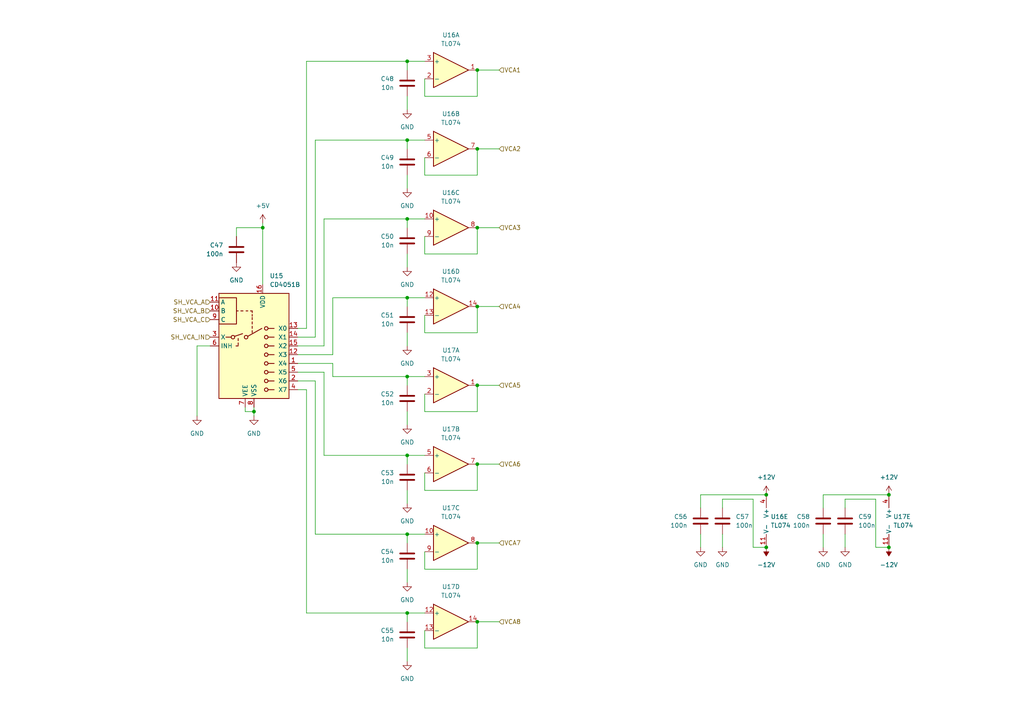
<source format=kicad_sch>
(kicad_sch (version 20230121) (generator eeschema)
  (paper "A4")
  (title_block (title "Polykit-X8 Mainboard") (date "2024-01-14") (rev "v0.0.2") (company "Jan Knipper") (comment 1 "github.com/polykit"))
  (lib_symbols
    (symbol "Amplifier_Operational:TL074" (pin_names (offset 0.127))
      (property "Reference" "U" (at 0 5.08 0))
      (property "Value" "TL074" (at 0 -5.08 0))
      (symbol "TL074_1_1"
        (polyline (pts (xy -5.08 5.08) (xy 5.08 0) (xy -5.08 -5.08) (xy -5.08 5.08)) (stroke (width 0.254)) (fill (type background)))
        (pin output line (at 7.62 0 180) (length 2.54) (name "~") (number "1"))
        (pin input line (at -7.62 -2.54 0) (length 2.54) (name "-") (number "2"))
        (pin input line (at -7.62 2.54 0) (length 2.54) (name "+") (number "3"))
      )
      (symbol "TL074_2_1"
        (polyline (pts (xy -5.08 5.08) (xy 5.08 0) (xy -5.08 -5.08) (xy -5.08 5.08)) (stroke (width 0.254)) (fill (type background)))
        (pin input line (at -7.62 2.54 0) (length 2.54) (name "+") (number "5"))
        (pin input line (at -7.62 -2.54 0) (length 2.54) (name "-") (number "6"))
        (pin output line (at 7.62 0 180) (length 2.54) (name "~") (number "7"))
      )
      (symbol "TL074_3_1"
        (polyline (pts (xy -5.08 5.08) (xy 5.08 0) (xy -5.08 -5.08) (xy -5.08 5.08)) (stroke (width 0.254)) (fill (type background)))
        (pin input line (at -7.62 2.54 0) (length 2.54) (name "+") (number "10"))
        (pin output line (at 7.62 0 180) (length 2.54) (name "~") (number "8"))
        (pin input line (at -7.62 -2.54 0) (length 2.54) (name "-") (number "9"))
      )
      (symbol "TL074_4_1"
        (polyline (pts (xy -5.08 5.08) (xy 5.08 0) (xy -5.08 -5.08) (xy -5.08 5.08)) (stroke (width 0.254)) (fill (type background)))
        (pin input line (at -7.62 2.54 0) (length 2.54) (name "+") (number "12"))
        (pin input line (at -7.62 -2.54 0) (length 2.54) (name "-") (number "13"))
        (pin output line (at 7.62 0 180) (length 2.54) (name "~") (number "14"))
      )
      (symbol "TL074_5_1"
        (pin power_in line (at -2.54 -7.62 90) (length 3.81) (name "V-") (number "11"))
        (pin power_in line (at -2.54 7.62 270) (length 3.81) (name "V+") (number "4"))
      )
    )
    (symbol "Analog_Switch:CD4051B"
      (property "Reference" "U" (at -10.16 16.51 0))
      (property "Value" "CD4051B" (at 3.81 16.51 0))
      (symbol "CD4051B_0_1"
        (rectangle (start -10.16 6.35) (end -5.08 13.97) (stroke (width 0.254)))
        (rectangle (start -10.16 15.24) (end 10.16 -15.24) (stroke (width 0.254)) (fill (type background)))
        (circle (center -6.096 2.54) (radius 0.508) (stroke (width 0.254)))
        (circle (center -2.286 2.54) (radius 0.508) (stroke (width 0.254)))
        (polyline (pts (xy -8.128 2.54) (xy -6.604 2.54)) (stroke (width 0.254)))
        (polyline (pts (xy -5.588 2.794) (xy -3.302 3.556)) (stroke (width 0.254)))
        (polyline (pts (xy -4.572 0) (xy -5.207 0)) (stroke (width 0.254)))
        (polyline (pts (xy -4.572 0.254) (xy -4.572 0.889)) (stroke (width 0.254)))
        (polyline (pts (xy -4.572 1.524) (xy -4.572 2.159)) (stroke (width 0.254)))
        (polyline (pts (xy -4.572 10.16) (xy -5.08 10.16)) (stroke (width 0.254)))
        (polyline (pts (xy -3.81 10.16) (xy -3.175 10.16)) (stroke (width 0.254)))
        (polyline (pts (xy -1.778 2.794) (xy 2.286 5.08)) (stroke (width 0.254)))
        (polyline (pts (xy -1.778 10.16) (xy -2.286 10.16)) (stroke (width 0.254)))
        (polyline (pts (xy -0.508 3.81) (xy -0.508 4.445)) (stroke (width 0.254)))
        (polyline (pts (xy -0.508 5.08) (xy -0.508 5.715)) (stroke (width 0.254)))
        (polyline (pts (xy -0.508 6.35) (xy -0.508 6.985)) (stroke (width 0.254)))
        (polyline (pts (xy -0.508 7.62) (xy -0.508 8.255)) (stroke (width 0.254)))
        (polyline (pts (xy -0.508 8.636) (xy -0.508 9.144)) (stroke (width 0.254)))
        (polyline (pts (xy -0.508 9.652) (xy -0.508 10.16)) (stroke (width 0.254)))
        (polyline (pts (xy -0.508 10.16) (xy -1.016 10.16)) (stroke (width 0.254)))
        (polyline (pts (xy 4.064 -12.7) (xy 5.842 -12.7)) (stroke (width 0.254)))
        (polyline (pts (xy 4.064 -10.16) (xy 5.842 -10.16)) (stroke (width 0.254)))
        (polyline (pts (xy 4.064 -7.62) (xy 5.842 -7.62)) (stroke (width 0.254)))
        (polyline (pts (xy 4.064 -5.08) (xy 5.842 -5.08)) (stroke (width 0.254)))
        (polyline (pts (xy 4.064 -2.54) (xy 5.842 -2.54)) (stroke (width 0.254)))
        (polyline (pts (xy 4.064 0) (xy 5.842 0)) (stroke (width 0.254)))
        (polyline (pts (xy 4.064 2.54) (xy 5.842 2.54)) (stroke (width 0.254)))
        (polyline (pts (xy 4.064 5.08) (xy 5.842 5.08)) (stroke (width 0.254)))
        (circle (center 3.556 -12.7) (radius 0.508) (stroke (width 0.254)))
        (circle (center 3.556 -10.16) (radius 0.508) (stroke (width 0.254)))
        (circle (center 3.556 -7.62) (radius 0.508) (stroke (width 0.254)))
        (circle (center 3.556 -5.08) (radius 0.508) (stroke (width 0.254)))
        (circle (center 3.556 -2.54) (radius 0.508) (stroke (width 0.254)))
        (circle (center 3.556 0) (radius 0.508) (stroke (width 0.254)))
        (circle (center 3.556 2.54) (radius 0.508) (stroke (width 0.254)))
        (circle (center 3.556 5.08) (radius 0.508) (stroke (width 0.254)))
      )
      (symbol "CD4051B_1_1"
        (pin bidirectional line (at 12.7 -5.08 180) (length 2.54) (name "X4") (number "1"))
        (pin input line (at -12.7 10.16 0) (length 2.54) (name "B") (number "10"))
        (pin input line (at -12.7 12.7 0) (length 2.54) (name "A") (number "11"))
        (pin bidirectional line (at 12.7 -2.54 180) (length 2.54) (name "X3") (number "12"))
        (pin bidirectional line (at 12.7 5.08 180) (length 2.54) (name "X0") (number "13"))
        (pin bidirectional line (at 12.7 2.54 180) (length 2.54) (name "X1") (number "14"))
        (pin bidirectional line (at 12.7 0 180) (length 2.54) (name "X2") (number "15"))
        (pin power_in line (at 2.54 17.78 270) (length 2.54) (name "VDD") (number "16"))
        (pin bidirectional line (at 12.7 -10.16 180) (length 2.54) (name "X6") (number "2"))
        (pin bidirectional line (at -12.7 2.54 0) (length 2.54) (name "X") (number "3"))
        (pin bidirectional line (at 12.7 -12.7 180) (length 2.54) (name "X7") (number "4"))
        (pin bidirectional line (at 12.7 -7.62 180) (length 2.54) (name "X5") (number "5"))
        (pin input line (at -12.7 0 0) (length 2.54) (name "INH") (number "6"))
        (pin power_in line (at -2.54 -17.78 90) (length 2.54) (name "VEE") (number "7"))
        (pin power_in line (at 0 -17.78 90) (length 2.54) (name "VSS") (number "8"))
        (pin input line (at -12.7 7.62 0) (length 2.54) (name "C") (number "9"))
      )
    )
    (symbol "Device:C" (pin_numbers hide) (pin_names (offset 0.254))
      (property "Reference" "C" (at 0.635 2.54 0))
      (property "Value" "C" (at 0.635 -2.54 0))
      (symbol "C_0_1"
        (polyline (pts (xy -2.032 -0.762) (xy 2.032 -0.762)) (stroke (width 0.508)))
        (polyline (pts (xy -2.032 0.762) (xy 2.032 0.762)) (stroke (width 0.508)))
      )
      (symbol "C_1_1"
        (pin passive line (at 0 3.81 270) (length 2.794) (name "~") (number "1"))
        (pin passive line (at 0 -3.81 90) (length 2.794) (name "~") (number "2"))
      )
    )
    (symbol "power:+12V" (power) (pin_names (offset 0))
      (property "Value" "+12V" (at 0 3.556 0))
      (symbol "+12V_0_1"
        (polyline (pts (xy -0.762 1.27) (xy 0 2.54)))
        (polyline (pts (xy 0 0) (xy 0 2.54)))
        (polyline (pts (xy 0 2.54) (xy 0.762 1.27)))
      )
      (symbol "+12V_1_1"
        (pin power_in line (at 0 0 90) (length 0) hide (name "+12V") (number "1"))
      )
    )
    (symbol "power:+5V" (power) (pin_names (offset 0))
      (property "Value" "+5V" (at 0 3.556 0))
      (symbol "+5V_0_1"
        (polyline (pts (xy -0.762 1.27) (xy 0 2.54)))
        (polyline (pts (xy 0 0) (xy 0 2.54)))
        (polyline (pts (xy 0 2.54) (xy 0.762 1.27)))
      )
      (symbol "+5V_1_1"
        (pin power_in line (at 0 0 90) (length 0) hide (name "+5V") (number "1"))
      )
    )
    (symbol "power:-12V" (power) (pin_names (offset 0))
      (property "Value" "-12V" (at 0 3.81 0))
      (symbol "-12V_0_0"
        (pin power_in line (at 0 0 90) (length 0) hide (name "-12V") (number "1"))
      )
      (symbol "-12V_0_1"
        (polyline (pts (xy 0 0) (xy 0 1.27) (xy 0.762 1.27) (xy 0 2.54) (xy -0.762 1.27) (xy 0 1.27)) (fill (type outline)))
      )
    )
    (symbol "power:GND" (power) (pin_names (offset 0))
      (property "Value" "GND" (at 0 -3.81 0))
      (symbol "GND_0_1"
        (polyline (pts (xy 0 0) (xy 0 -1.27) (xy 1.27 -1.27) (xy 0 -2.54) (xy -1.27 -1.27) (xy 0 -1.27)))
      )
      (symbol "GND_1_1"
        (pin power_in line (at 0 0 270) (length 0) hide (name "GND") (number "1"))
      )
    )
  )
  (junction (at 138.43 134.62))
  (junction (at 138.43 88.9))
  (junction (at 138.43 180.34))
  (junction (at 118.11 63.5))
  (junction (at 138.43 111.76))
  (junction (at 118.11 132.08))
  (junction (at 138.43 43.18))
  (junction (at 73.66 119.38))
  (junction (at 138.43 66.04))
  (junction (at 138.43 20.32))
  (junction (at 222.25 143.51))
  (junction (at 118.11 177.8))
  (junction (at 118.11 17.78))
  (junction (at 118.11 154.94))
  (junction (at 118.11 40.64))
  (junction (at 76.2 66.04))
  (junction (at 118.11 86.36))
  (junction (at 257.81 143.51))
  (junction (at 138.43 157.48))
  (junction (at 257.81 158.75))
  (junction (at 222.25 158.75))
  (junction (at 118.11 109.22))
  (wire (pts (xy 209.55 144.78) (xy 218.44 144.78)))
  (wire (pts (xy 68.58 66.04) (xy 68.58 68.58)))
  (wire (pts (xy 118.11 73.66) (xy 118.11 77.47)))
  (wire (pts (xy 86.36 100.33) (xy 93.98 100.33)))
  (wire (pts (xy 71.12 118.11) (xy 71.12 119.38)))
  (wire (pts (xy 91.44 40.64) (xy 118.11 40.64)))
  (wire (pts (xy 123.19 142.24) (xy 138.43 142.24)))
  (wire (pts (xy 91.44 97.79) (xy 91.44 40.64)))
  (wire (pts (xy 118.11 177.8) (xy 118.11 180.34)))
  (wire (pts (xy 73.66 120.65) (xy 73.66 119.38)))
  (wire (pts (xy 76.2 66.04) (xy 68.58 66.04)))
  (wire (pts (xy 76.2 64.77) (xy 76.2 66.04)))
  (wire (pts (xy 138.43 88.9) (xy 144.78 88.9)))
  (wire (pts (xy 245.11 144.78) (xy 254 144.78)))
  (wire (pts (xy 71.12 119.38) (xy 73.66 119.38)))
  (wire (pts (xy 138.43 119.38) (xy 138.43 111.76)))
  (wire (pts (xy 238.76 154.94) (xy 238.76 158.75)))
  (wire (pts (xy 209.55 154.94) (xy 209.55 158.75)))
  (wire (pts (xy 86.36 105.41) (xy 96.52 105.41)))
  (wire (pts (xy 118.11 165.1) (xy 118.11 168.91)))
  (wire (pts (xy 123.19 17.78) (xy 118.11 17.78)))
  (wire (pts (xy 123.19 63.5) (xy 118.11 63.5)))
  (wire (pts (xy 138.43 50.8) (xy 138.43 43.18)))
  (wire (pts (xy 123.19 154.94) (xy 118.11 154.94)))
  (wire (pts (xy 88.9 95.25) (xy 86.36 95.25)))
  (wire (pts (xy 96.52 86.36) (xy 118.11 86.36)))
  (wire (pts (xy 257.81 143.51) (xy 238.76 143.51)))
  (wire (pts (xy 118.11 119.38) (xy 118.11 123.19)))
  (wire (pts (xy 93.98 63.5) (xy 118.11 63.5)))
  (wire (pts (xy 254 158.75) (xy 254 144.78)))
  (wire (pts (xy 123.19 73.66) (xy 138.43 73.66)))
  (wire (pts (xy 118.11 50.8) (xy 118.11 54.61)))
  (wire (pts (xy 218.44 158.75) (xy 222.25 158.75)))
  (wire (pts (xy 86.36 113.03) (xy 88.9 113.03)))
  (wire (pts (xy 203.2 143.51) (xy 203.2 147.32)))
  (wire (pts (xy 60.96 100.33) (xy 57.15 100.33)))
  (wire (pts (xy 123.19 86.36) (xy 118.11 86.36)))
  (wire (pts (xy 118.11 27.94) (xy 118.11 31.75)))
  (wire (pts (xy 123.19 45.72) (xy 123.19 50.8)))
  (wire (pts (xy 123.19 114.3) (xy 123.19 119.38)))
  (wire (pts (xy 57.15 100.33) (xy 57.15 120.65)))
  (wire (pts (xy 138.43 157.48) (xy 144.78 157.48)))
  (wire (pts (xy 138.43 187.96) (xy 138.43 180.34)))
  (wire (pts (xy 86.36 107.95) (xy 93.98 107.95)))
  (wire (pts (xy 118.11 86.36) (xy 118.11 88.9)))
  (wire (pts (xy 138.43 180.34) (xy 144.78 180.34)))
  (wire (pts (xy 245.11 144.78) (xy 245.11 147.32)))
  (wire (pts (xy 123.19 96.52) (xy 138.43 96.52)))
  (wire (pts (xy 203.2 154.94) (xy 203.2 158.75)))
  (wire (pts (xy 96.52 109.22) (xy 118.11 109.22)))
  (wire (pts (xy 254 158.75) (xy 257.81 158.75)))
  (wire (pts (xy 123.19 165.1) (xy 138.43 165.1)))
  (wire (pts (xy 123.19 119.38) (xy 138.43 119.38)))
  (wire (pts (xy 123.19 109.22) (xy 118.11 109.22)))
  (wire (pts (xy 123.19 160.02) (xy 123.19 165.1)))
  (wire (pts (xy 93.98 100.33) (xy 93.98 63.5)))
  (wire (pts (xy 88.9 17.78) (xy 88.9 95.25)))
  (wire (pts (xy 76.2 66.04) (xy 76.2 82.55)))
  (wire (pts (xy 138.43 20.32) (xy 144.78 20.32)))
  (wire (pts (xy 238.76 143.51) (xy 238.76 147.32)))
  (wire (pts (xy 123.19 91.44) (xy 123.19 96.52)))
  (wire (pts (xy 118.11 17.78) (xy 88.9 17.78)))
  (wire (pts (xy 123.19 68.58) (xy 123.19 73.66)))
  (wire (pts (xy 123.19 182.88) (xy 123.19 187.96)))
  (wire (pts (xy 123.19 40.64) (xy 118.11 40.64)))
  (wire (pts (xy 91.44 154.94) (xy 118.11 154.94)))
  (wire (pts (xy 118.11 17.78) (xy 118.11 20.32)))
  (wire (pts (xy 138.43 43.18) (xy 144.78 43.18)))
  (wire (pts (xy 93.98 132.08) (xy 118.11 132.08)))
  (wire (pts (xy 138.43 96.52) (xy 138.43 88.9)))
  (wire (pts (xy 222.25 143.51) (xy 203.2 143.51)))
  (wire (pts (xy 138.43 134.62) (xy 144.78 134.62)))
  (wire (pts (xy 86.36 102.87) (xy 96.52 102.87)))
  (wire (pts (xy 123.19 27.94) (xy 138.43 27.94)))
  (wire (pts (xy 118.11 132.08) (xy 118.11 134.62)))
  (wire (pts (xy 123.19 50.8) (xy 138.43 50.8)))
  (wire (pts (xy 88.9 177.8) (xy 118.11 177.8)))
  (wire (pts (xy 118.11 187.96) (xy 118.11 191.77)))
  (wire (pts (xy 96.52 105.41) (xy 96.52 109.22)))
  (wire (pts (xy 96.52 102.87) (xy 96.52 86.36)))
  (wire (pts (xy 138.43 73.66) (xy 138.43 66.04)))
  (wire (pts (xy 118.11 109.22) (xy 118.11 111.76)))
  (wire (pts (xy 91.44 110.49) (xy 91.44 154.94)))
  (wire (pts (xy 123.19 132.08) (xy 118.11 132.08)))
  (wire (pts (xy 138.43 142.24) (xy 138.43 134.62)))
  (wire (pts (xy 123.19 137.16) (xy 123.19 142.24)))
  (wire (pts (xy 118.11 96.52) (xy 118.11 100.33)))
  (wire (pts (xy 93.98 107.95) (xy 93.98 132.08)))
  (wire (pts (xy 245.11 154.94) (xy 245.11 158.75)))
  (wire (pts (xy 218.44 158.75) (xy 218.44 144.78)))
  (wire (pts (xy 123.19 187.96) (xy 138.43 187.96)))
  (wire (pts (xy 86.36 110.49) (xy 91.44 110.49)))
  (wire (pts (xy 138.43 27.94) (xy 138.43 20.32)))
  (wire (pts (xy 88.9 113.03) (xy 88.9 177.8)))
  (wire (pts (xy 86.36 97.79) (xy 91.44 97.79)))
  (wire (pts (xy 138.43 165.1) (xy 138.43 157.48)))
  (wire (pts (xy 118.11 40.64) (xy 118.11 43.18)))
  (wire (pts (xy 123.19 22.86) (xy 123.19 27.94)))
  (wire (pts (xy 123.19 177.8) (xy 118.11 177.8)))
  (wire (pts (xy 118.11 154.94) (xy 118.11 157.48)))
  (wire (pts (xy 73.66 119.38) (xy 73.66 118.11)))
  (wire (pts (xy 118.11 63.5) (xy 118.11 66.04)))
  (wire (pts (xy 138.43 111.76) (xy 144.78 111.76)))
  (wire (pts (xy 138.43 66.04) (xy 144.78 66.04)))
  (wire (pts (xy 209.55 144.78) (xy 209.55 147.32)))
  (wire (pts (xy 118.11 142.24) (xy 118.11 146.05)))
  (hierarchical_label "VCA4" (shape input) (at 144.78 88.9 0))
  (hierarchical_label "VCA5" (shape input) (at 144.78 111.76 0))
  (hierarchical_label "VCA7" (shape input) (at 144.78 157.48 0))
  (hierarchical_label "SH_VCA_A" (shape input) (at 60.96 87.63 180))
  (hierarchical_label "SH_VCA_C" (shape input) (at 60.96 92.71 180))
  (hierarchical_label "VCA1" (shape input) (at 144.78 20.32 0))
  (hierarchical_label "VCA8" (shape input) (at 144.78 180.34 0))
  (hierarchical_label "SH_VCA_IN" (shape input) (at 60.96 97.79 180))
  (hierarchical_label "VCA2" (shape input) (at 144.78 43.18 0))
  (hierarchical_label "SH_VCA_B" (shape input) (at 60.96 90.17 180))
  (hierarchical_label "VCA6" (shape input) (at 144.78 134.62 0))
  (hierarchical_label "VCA3" (shape input) (at 144.78 66.04 0))
  (symbol (lib_id "Device:C") (at 118.11 24.13 0) (unit 1)
    (property "Reference" "C48" (at 114.3 22.8599 0) (effects (justify right)))
    (property "Value" "10n" (at 114.3 25.3999 0) (effects (justify right)))
    (property "Footprint" "Capacitor_SMD:C_1206_3216Metric_Pad1.33x1.80mm_HandSolder" (effects hide))
  )
  (symbol (lib_id "Device:C") (at 209.55 151.13 0) (unit 1)
    (property "Reference" "C57" (at 213.36 149.8599 0) (effects (justify left)))
    (property "Value" "100n" (at 213.36 152.3999 0) (effects (justify left)))
    (property "Footprint" "Capacitor_SMD:C_1206_3216Metric_Pad1.33x1.80mm_HandSolder" (effects hide))
  )
  (symbol (lib_id "Amplifier_Operational:TL074") (at 130.81 111.76 0) (unit 1)
    (property "Reference" "U17" (at 130.81 101.6 0))
    (property "Value" "TL074" (at 130.81 104.14 0))
    (property "Footprint" "Package_SO:SO-14_3.9x8.65mm_P1.27mm" (effects hide))
    (property "Datasheet" "http://www.ti.com/lit/ds/symlink/tl071.pdf" (effects hide))
  )
  (symbol (lib_id "Device:C") (at 118.11 69.85 0) (unit 1)
    (property "Reference" "C50" (at 114.3 68.5799 0) (effects (justify right)))
    (property "Value" "10n" (at 114.3 71.1199 0) (effects (justify right)))
    (property "Footprint" "Capacitor_SMD:C_1206_3216Metric_Pad1.33x1.80mm_HandSolder" (effects hide))
  )
  (symbol (lib_id "power:+5V") (at 76.2 64.77 0) (unit 1)
    (property "Reference" "#PWR0198" (effects hide))
    (property "Value" "+5V" (at 76.2 59.69 0))
  )
  (symbol (lib_id "power:GND") (at 57.15 120.65 0) (unit 1)
    (property "Reference" "#PWR0219" (effects hide))
    (property "Value" "GND" (at 57.15 125.73 0))
  )
  (symbol (lib_id "Amplifier_Operational:TL074") (at 130.81 180.34 0) (unit 4)
    (property "Reference" "U17" (at 130.81 170.18 0))
    (property "Value" "TL074" (at 130.81 172.72 0))
    (property "Footprint" "Package_SO:SO-14_3.9x8.65mm_P1.27mm" (effects hide))
    (property "Datasheet" "http://www.ti.com/lit/ds/symlink/tl071.pdf" (effects hide))
  )
  (symbol (lib_id "power:GND") (at 118.11 191.77 0) (unit 1)
    (property "Reference" "#PWR0215" (effects hide))
    (property "Value" "GND" (at 118.11 196.85 0))
  )
  (symbol (lib_id "power:GND") (at 118.11 100.33 0) (unit 1)
    (property "Reference" "#PWR0212" (effects hide))
    (property "Value" "GND" (at 118.11 105.41 0))
  )
  (symbol (lib_id "Amplifier_Operational:TL074") (at 130.81 157.48 0) (unit 3)
    (property "Reference" "U17" (at 130.81 147.32 0))
    (property "Value" "TL074" (at 130.81 149.86 0))
    (property "Footprint" "Package_SO:SO-14_3.9x8.65mm_P1.27mm" (effects hide))
    (property "Datasheet" "http://www.ti.com/lit/ds/symlink/tl071.pdf" (effects hide))
  )
  (symbol (lib_id "Device:C") (at 203.2 151.13 0) (unit 1)
    (property "Reference" "C56" (at 199.39 149.8599 0) (effects (justify right)))
    (property "Value" "100n" (at 199.39 152.3999 0) (effects (justify right)))
    (property "Footprint" "Capacitor_SMD:C_1206_3216Metric_Pad1.33x1.80mm_HandSolder" (effects hide))
  )
  (symbol (lib_id "power:GND") (at 209.55 158.75 0) (unit 1)
    (property "Reference" "#PWR0207" (effects hide))
    (property "Value" "GND" (at 209.55 163.83 0))
  )
  (symbol (lib_id "Device:C") (at 118.11 138.43 0) (unit 1)
    (property "Reference" "C53" (at 114.3 137.1599 0) (effects (justify right)))
    (property "Value" "10n" (at 114.3 139.6999 0) (effects (justify right)))
    (property "Footprint" "Capacitor_SMD:C_1206_3216Metric_Pad1.33x1.80mm_HandSolder" (effects hide))
  )
  (symbol (lib_id "power:-12V") (at 222.25 158.75 180) (unit 1)
    (property "Reference" "#PWR0203" (effects hide))
    (property "Value" "-12V" (at 222.25 163.83 0))
  )
  (symbol (lib_id "Device:C") (at 118.11 161.29 0) (unit 1)
    (property "Reference" "C54" (at 114.3 160.0199 0) (effects (justify right)))
    (property "Value" "10n" (at 114.3 162.5599 0) (effects (justify right)))
    (property "Footprint" "Capacitor_SMD:C_1206_3216Metric_Pad1.33x1.80mm_HandSolder" (effects hide))
  )
  (symbol (lib_id "Device:C") (at 118.11 46.99 0) (unit 1)
    (property "Reference" "C49" (at 114.3 45.7199 0) (effects (justify right)))
    (property "Value" "10n" (at 114.3 48.2599 0) (effects (justify right)))
    (property "Footprint" "Capacitor_SMD:C_1206_3216Metric_Pad1.33x1.80mm_HandSolder" (effects hide))
  )
  (symbol (lib_id "Device:C") (at 118.11 184.15 0) (unit 1)
    (property "Reference" "C55" (at 114.3 182.8799 0) (effects (justify right)))
    (property "Value" "10n" (at 114.3 185.4199 0) (effects (justify right)))
    (property "Footprint" "Capacitor_SMD:C_1206_3216Metric_Pad1.33x1.80mm_HandSolder" (effects hide))
  )
  (symbol (lib_id "Device:C") (at 238.76 151.13 0) (unit 1)
    (property "Reference" "C58" (at 234.95 149.8599 0) (effects (justify right)))
    (property "Value" "100n" (at 234.95 152.3999 0) (effects (justify right)))
    (property "Footprint" "Capacitor_SMD:C_1206_3216Metric_Pad1.33x1.80mm_HandSolder" (effects hide))
  )
  (symbol (lib_id "Device:C") (at 68.58 72.39 0) (unit 1)
    (property "Reference" "C47" (at 64.77 71.1199 0) (effects (justify right)))
    (property "Value" "100n" (at 64.77 73.6599 0) (effects (justify right)))
    (property "Footprint" "Capacitor_SMD:C_1206_3216Metric_Pad1.33x1.80mm_HandSolder" (effects hide))
  )
  (symbol (lib_id "power:GND") (at 118.11 54.61 0) (unit 1)
    (property "Reference" "#PWR0199" (effects hide))
    (property "Value" "GND" (at 118.11 59.69 0))
  )
  (symbol (lib_id "Device:C") (at 118.11 115.57 0) (unit 1)
    (property "Reference" "C52" (at 114.3 114.2999 0) (effects (justify right)))
    (property "Value" "10n" (at 114.3 116.8399 0) (effects (justify right)))
    (property "Footprint" "Capacitor_SMD:C_1206_3216Metric_Pad1.33x1.80mm_HandSolder" (effects hide))
  )
  (symbol (lib_id "Amplifier_Operational:TL074") (at 130.81 66.04 0) (unit 3)
    (property "Reference" "U16" (at 130.81 55.88 0))
    (property "Value" "TL074" (at 130.81 58.42 0))
    (property "Footprint" "Package_SO:SO-14_3.9x8.65mm_P1.27mm" (effects hide))
    (property "Datasheet" "http://www.ti.com/lit/ds/symlink/tl071.pdf" (effects hide))
  )
  (symbol (lib_id "Device:C") (at 245.11 151.13 0) (unit 1)
    (property "Reference" "C59" (at 248.92 149.8599 0) (effects (justify left)))
    (property "Value" "100n" (at 248.92 152.3999 0) (effects (justify left)))
    (property "Footprint" "Capacitor_SMD:C_1206_3216Metric_Pad1.33x1.80mm_HandSolder" (effects hide))
  )
  (symbol (lib_id "power:GND") (at 118.11 123.19 0) (unit 1)
    (property "Reference" "#PWR0213" (effects hide))
    (property "Value" "GND" (at 118.11 128.27 0))
  )
  (symbol (lib_id "power:GND") (at 118.11 146.05 0) (unit 1)
    (property "Reference" "#PWR0211" (effects hide))
    (property "Value" "GND" (at 118.11 151.13 0))
  )
  (symbol (lib_id "Amplifier_Operational:TL074") (at 130.81 20.32 0) (unit 1)
    (property "Reference" "U16" (at 130.81 10.16 0))
    (property "Value" "TL074" (at 130.81 12.7 0))
    (property "Footprint" "Package_SO:SO-14_3.9x8.65mm_P1.27mm" (effects hide))
    (property "Datasheet" "http://www.ti.com/lit/ds/symlink/tl071.pdf" (effects hide))
  )
  (symbol (lib_id "power:-12V") (at 257.81 158.75 180) (unit 1)
    (property "Reference" "#PWR0201" (effects hide))
    (property "Value" "-12V" (at 257.81 163.83 0))
  )
  (symbol (lib_id "power:+12V") (at 257.81 143.51 0) (unit 1)
    (property "Reference" "#PWR0204" (effects hide))
    (property "Value" "+12V" (at 257.81 138.43 0))
  )
  (symbol (lib_id "power:GND") (at 68.58 76.2 0) (unit 1)
    (property "Reference" "#PWR0209" (effects hide))
    (property "Value" "GND" (at 68.58 81.28 0))
  )
  (symbol (lib_id "Amplifier_Operational:TL074") (at 130.81 88.9 0) (unit 4)
    (property "Reference" "U16" (at 130.81 78.74 0))
    (property "Value" "TL074" (at 130.81 81.28 0))
    (property "Footprint" "Package_SO:SO-14_3.9x8.65mm_P1.27mm" (effects hide))
    (property "Datasheet" "http://www.ti.com/lit/ds/symlink/tl071.pdf" (effects hide))
  )
  (symbol (lib_id "Amplifier_Operational:TL074") (at 260.35 151.13 0) (unit 5)
    (property "Reference" "U17" (at 259.08 149.8599 0) (effects (justify left)))
    (property "Value" "TL074" (at 259.08 152.3999 0) (effects (justify left)))
    (property "Footprint" "Package_SO:SO-14_3.9x8.65mm_P1.27mm" (effects hide))
    (property "Datasheet" "http://www.ti.com/lit/ds/symlink/tl071.pdf" (effects hide))
  )
  (symbol (lib_id "power:GND") (at 203.2 158.75 0) (unit 1)
    (property "Reference" "#PWR0208" (effects hide))
    (property "Value" "GND" (at 203.2 163.83 0))
  )
  (symbol (lib_id "power:GND") (at 118.11 168.91 0) (unit 1)
    (property "Reference" "#PWR0214" (effects hide))
    (property "Value" "GND" (at 118.11 173.99 0))
  )
  (symbol (lib_id "power:+12V") (at 222.25 143.51 0) (unit 1)
    (property "Reference" "#PWR0202" (effects hide))
    (property "Value" "+12V" (at 222.25 138.43 0))
  )
  (symbol (lib_id "Amplifier_Operational:TL074") (at 224.79 151.13 0) (unit 5)
    (property "Reference" "U16" (at 223.52 149.8599 0) (effects (justify left)))
    (property "Value" "TL074" (at 223.52 152.3999 0) (effects (justify left)))
    (property "Footprint" "Package_SO:SO-14_3.9x8.65mm_P1.27mm" (effects hide))
    (property "Datasheet" "http://www.ti.com/lit/ds/symlink/tl071.pdf" (effects hide))
  )
  (symbol (lib_id "Amplifier_Operational:TL074") (at 130.81 43.18 0) (unit 2)
    (property "Reference" "U16" (at 130.81 33.02 0))
    (property "Value" "TL074" (at 130.81 35.56 0))
    (property "Footprint" "Package_SO:SO-14_3.9x8.65mm_P1.27mm" (effects hide))
    (property "Datasheet" "http://www.ti.com/lit/ds/symlink/tl071.pdf" (effects hide))
  )
  (symbol (lib_id "Analog_Switch:CD4051B") (at 73.66 100.33 0) (unit 1)
    (property "Reference" "U15" (at 78.2194 80.01 0) (effects (justify left)))
    (property "Value" "CD4051B" (at 78.2194 82.55 0) (effects (justify left)))
    (property "Footprint" "Package_SO:SO-16_5.3x10.2mm_P1.27mm" (effects hide))
    (property "Datasheet" "http://www.ti.com/lit/ds/symlink/cd4052b.pdf" (effects hide))
  )
  (symbol (lib_id "power:GND") (at 73.66 120.65 0) (unit 1)
    (property "Reference" "#PWR0210" (effects hide))
    (property "Value" "GND" (at 73.66 125.73 0))
  )
  (symbol (lib_id "power:GND") (at 245.11 158.75 0) (unit 1)
    (property "Reference" "#PWR0205" (effects hide))
    (property "Value" "GND" (at 245.11 163.83 0))
  )
  (symbol (lib_id "Amplifier_Operational:TL074") (at 130.81 134.62 0) (unit 2)
    (property "Reference" "U17" (at 130.81 124.46 0))
    (property "Value" "TL074" (at 130.81 127 0))
    (property "Footprint" "Package_SO:SO-14_3.9x8.65mm_P1.27mm" (effects hide))
    (property "Datasheet" "http://www.ti.com/lit/ds/symlink/tl071.pdf" (effects hide))
  )
  (symbol (lib_id "Device:C") (at 118.11 92.71 0) (unit 1)
    (property "Reference" "C51" (at 114.3 91.4399 0) (effects (justify right)))
    (property "Value" "10n" (at 114.3 93.9799 0) (effects (justify right)))
    (property "Footprint" "Capacitor_SMD:C_1206_3216Metric_Pad1.33x1.80mm_HandSolder" (effects hide))
  )
  (symbol (lib_id "power:GND") (at 118.11 77.47 0) (unit 1)
    (property "Reference" "#PWR0200" (effects hide))
    (property "Value" "GND" (at 118.11 82.55 0))
  )
  (symbol (lib_id "power:GND") (at 118.11 31.75 0) (unit 1)
    (property "Reference" "#PWR0197" (effects hide))
    (property "Value" "GND" (at 118.11 36.83 0))
  )
  (symbol (lib_id "power:GND") (at 238.76 158.75 0) (unit 1)
    (property "Reference" "#PWR0206" (effects hide))
    (property "Value" "GND" (at 238.76 163.83 0))
  )
)
</source>
